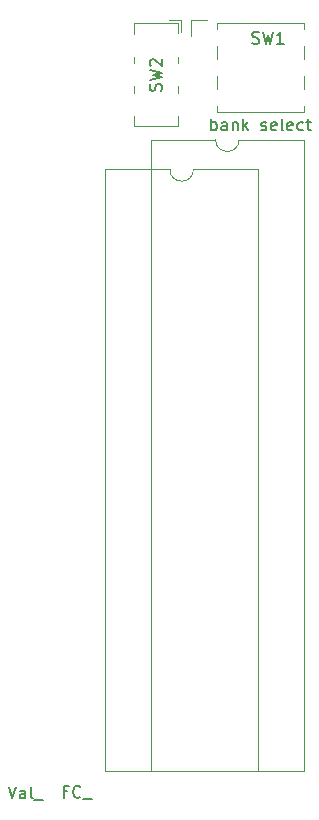
<source format=gbr>
%TF.GenerationSoftware,KiCad,Pcbnew,(6.0.6-1)-1*%
%TF.CreationDate,2022-07-19T12:23:47-04:00*%
%TF.ProjectId,tl866_27c322_adapter,746c3836-365f-4323-9763-3332325f6164,rev?*%
%TF.SameCoordinates,Original*%
%TF.FileFunction,Legend,Top*%
%TF.FilePolarity,Positive*%
%FSLAX46Y46*%
G04 Gerber Fmt 4.6, Leading zero omitted, Abs format (unit mm)*
G04 Created by KiCad (PCBNEW (6.0.6-1)-1) date 2022-07-19 12:23:47*
%MOMM*%
%LPD*%
G01*
G04 APERTURE LIST*
%ADD10C,0.200000*%
%ADD11C,0.150000*%
%ADD12C,0.120000*%
G04 APERTURE END LIST*
D10*
X138706742Y-62072780D02*
X138706742Y-61072780D01*
X138706742Y-61453733D02*
X138801980Y-61406114D01*
X138992457Y-61406114D01*
X139087695Y-61453733D01*
X139135314Y-61501352D01*
X139182933Y-61596590D01*
X139182933Y-61882304D01*
X139135314Y-61977542D01*
X139087695Y-62025161D01*
X138992457Y-62072780D01*
X138801980Y-62072780D01*
X138706742Y-62025161D01*
X140040076Y-62072780D02*
X140040076Y-61548971D01*
X139992457Y-61453733D01*
X139897219Y-61406114D01*
X139706742Y-61406114D01*
X139611504Y-61453733D01*
X140040076Y-62025161D02*
X139944838Y-62072780D01*
X139706742Y-62072780D01*
X139611504Y-62025161D01*
X139563885Y-61929923D01*
X139563885Y-61834685D01*
X139611504Y-61739447D01*
X139706742Y-61691828D01*
X139944838Y-61691828D01*
X140040076Y-61644209D01*
X140516266Y-61406114D02*
X140516266Y-62072780D01*
X140516266Y-61501352D02*
X140563885Y-61453733D01*
X140659123Y-61406114D01*
X140801980Y-61406114D01*
X140897219Y-61453733D01*
X140944838Y-61548971D01*
X140944838Y-62072780D01*
X141421028Y-62072780D02*
X141421028Y-61072780D01*
X141516266Y-61691828D02*
X141801980Y-62072780D01*
X141801980Y-61406114D02*
X141421028Y-61787066D01*
X142944838Y-62025161D02*
X143040076Y-62072780D01*
X143230552Y-62072780D01*
X143325790Y-62025161D01*
X143373409Y-61929923D01*
X143373409Y-61882304D01*
X143325790Y-61787066D01*
X143230552Y-61739447D01*
X143087695Y-61739447D01*
X142992457Y-61691828D01*
X142944838Y-61596590D01*
X142944838Y-61548971D01*
X142992457Y-61453733D01*
X143087695Y-61406114D01*
X143230552Y-61406114D01*
X143325790Y-61453733D01*
X144182933Y-62025161D02*
X144087695Y-62072780D01*
X143897219Y-62072780D01*
X143801980Y-62025161D01*
X143754361Y-61929923D01*
X143754361Y-61548971D01*
X143801980Y-61453733D01*
X143897219Y-61406114D01*
X144087695Y-61406114D01*
X144182933Y-61453733D01*
X144230552Y-61548971D01*
X144230552Y-61644209D01*
X143754361Y-61739447D01*
X144801980Y-62072780D02*
X144706742Y-62025161D01*
X144659123Y-61929923D01*
X144659123Y-61072780D01*
X145563885Y-62025161D02*
X145468647Y-62072780D01*
X145278171Y-62072780D01*
X145182933Y-62025161D01*
X145135314Y-61929923D01*
X145135314Y-61548971D01*
X145182933Y-61453733D01*
X145278171Y-61406114D01*
X145468647Y-61406114D01*
X145563885Y-61453733D01*
X145611504Y-61548971D01*
X145611504Y-61644209D01*
X145135314Y-61739447D01*
X146468647Y-62025161D02*
X146373409Y-62072780D01*
X146182933Y-62072780D01*
X146087695Y-62025161D01*
X146040076Y-61977542D01*
X145992457Y-61882304D01*
X145992457Y-61596590D01*
X146040076Y-61501352D01*
X146087695Y-61453733D01*
X146182933Y-61406114D01*
X146373409Y-61406114D01*
X146468647Y-61453733D01*
X146754361Y-61406114D02*
X147135314Y-61406114D01*
X146897219Y-61072780D02*
X146897219Y-61929923D01*
X146944838Y-62025161D01*
X147040076Y-62072780D01*
X147135314Y-62072780D01*
D11*
%TO.C,FC_*%
X126525404Y-118050071D02*
X126192071Y-118050071D01*
X126192071Y-118573880D02*
X126192071Y-117573880D01*
X126668261Y-117573880D01*
X127620642Y-118478642D02*
X127573023Y-118526261D01*
X127430166Y-118573880D01*
X127334928Y-118573880D01*
X127192071Y-118526261D01*
X127096833Y-118431023D01*
X127049214Y-118335785D01*
X127001595Y-118145309D01*
X127001595Y-118002452D01*
X127049214Y-117811976D01*
X127096833Y-117716738D01*
X127192071Y-117621500D01*
X127334928Y-117573880D01*
X127430166Y-117573880D01*
X127573023Y-117621500D01*
X127620642Y-117669119D01*
X127811119Y-118669119D02*
X128573023Y-118669119D01*
X121532828Y-117638580D02*
X121866161Y-118638580D01*
X122199495Y-117638580D01*
X122961400Y-118638580D02*
X122961400Y-118114771D01*
X122913780Y-118019533D01*
X122818542Y-117971914D01*
X122628066Y-117971914D01*
X122532828Y-118019533D01*
X122961400Y-118590961D02*
X122866161Y-118638580D01*
X122628066Y-118638580D01*
X122532828Y-118590961D01*
X122485209Y-118495723D01*
X122485209Y-118400485D01*
X122532828Y-118305247D01*
X122628066Y-118257628D01*
X122866161Y-118257628D01*
X122961400Y-118210009D01*
X123580447Y-118638580D02*
X123485209Y-118590961D01*
X123437590Y-118495723D01*
X123437590Y-117638580D01*
X123723304Y-118733819D02*
X124485209Y-118733819D01*
%TO.C,SW1*%
X142176666Y-54684561D02*
X142319523Y-54732180D01*
X142557619Y-54732180D01*
X142652857Y-54684561D01*
X142700476Y-54636942D01*
X142748095Y-54541704D01*
X142748095Y-54446466D01*
X142700476Y-54351228D01*
X142652857Y-54303609D01*
X142557619Y-54255990D01*
X142367142Y-54208371D01*
X142271904Y-54160752D01*
X142224285Y-54113133D01*
X142176666Y-54017895D01*
X142176666Y-53922657D01*
X142224285Y-53827419D01*
X142271904Y-53779800D01*
X142367142Y-53732180D01*
X142605238Y-53732180D01*
X142748095Y-53779800D01*
X143081428Y-53732180D02*
X143319523Y-54732180D01*
X143510000Y-54017895D01*
X143700476Y-54732180D01*
X143938571Y-53732180D01*
X144843333Y-54732180D02*
X144271904Y-54732180D01*
X144557619Y-54732180D02*
X144557619Y-53732180D01*
X144462380Y-53875038D01*
X144367142Y-53970276D01*
X144271904Y-54017895D01*
%TO.C,SW2*%
X134440561Y-58711933D02*
X134488180Y-58569076D01*
X134488180Y-58330980D01*
X134440561Y-58235742D01*
X134392942Y-58188123D01*
X134297704Y-58140504D01*
X134202466Y-58140504D01*
X134107228Y-58188123D01*
X134059609Y-58235742D01*
X134011990Y-58330980D01*
X133964371Y-58521457D01*
X133916752Y-58616695D01*
X133869133Y-58664314D01*
X133773895Y-58711933D01*
X133678657Y-58711933D01*
X133583419Y-58664314D01*
X133535800Y-58616695D01*
X133488180Y-58521457D01*
X133488180Y-58283361D01*
X133535800Y-58140504D01*
X133488180Y-57807171D02*
X134488180Y-57569076D01*
X133773895Y-57378600D01*
X134488180Y-57188123D01*
X133488180Y-56950028D01*
X133583419Y-56616695D02*
X133535800Y-56569076D01*
X133488180Y-56473838D01*
X133488180Y-56235742D01*
X133535800Y-56140504D01*
X133583419Y-56092885D01*
X133678657Y-56045266D01*
X133773895Y-56045266D01*
X133916752Y-56092885D01*
X134488180Y-56664314D01*
X134488180Y-56045266D01*
D12*
%TO.C,SW1*%
X146546300Y-52974900D02*
X146546300Y-53504900D01*
X139206300Y-54904900D02*
X139206300Y-56044900D01*
X139206300Y-60514900D02*
X146546300Y-60514900D01*
X146546300Y-54904900D02*
X146546300Y-56044900D01*
X137006300Y-52724900D02*
X138376300Y-52724900D01*
X139206300Y-53504900D02*
X139206300Y-52974900D01*
X146546300Y-60514900D02*
X146546300Y-59984900D01*
X139206300Y-52974900D02*
X146546300Y-52974900D01*
X146546300Y-57444900D02*
X146546300Y-58584900D01*
X137006300Y-54094900D02*
X137006300Y-52724900D01*
X139206300Y-59984900D02*
X139206300Y-60514900D01*
X139206300Y-57444900D02*
X139206300Y-58584900D01*
%TO.C,SW2*%
X135860400Y-60839500D02*
X135860400Y-61719500D01*
X135860400Y-55869500D02*
X135860400Y-56399500D01*
X132160400Y-53019500D02*
X135860400Y-53019500D01*
X135860400Y-58339500D02*
X135860400Y-58899500D01*
X132160400Y-61719500D02*
X132160400Y-60849500D01*
X135160400Y-52719500D02*
X136160400Y-52719500D01*
X132160400Y-53899500D02*
X132160400Y-53019500D01*
X132160400Y-56399500D02*
X132160400Y-55839500D01*
X136160400Y-52719500D02*
X136160400Y-53719500D01*
X135860400Y-53019500D02*
X135860400Y-53869500D01*
X135860400Y-61719500D02*
X132160400Y-61719500D01*
X132160400Y-58889500D02*
X132160400Y-58339500D01*
%TO.C,J1*%
X146515600Y-62855800D02*
X141055600Y-62855800D01*
X146515600Y-116315800D02*
X146515600Y-62855800D01*
X133595600Y-116315800D02*
X146515600Y-116315800D01*
X139055600Y-62855800D02*
X133595600Y-62855800D01*
X133595600Y-62855800D02*
X133595600Y-116315800D01*
X139055600Y-62855800D02*
G75*
G03*
X141055600Y-62855800I1000000J0D01*
G01*
%TO.C,J2*%
X135189800Y-65375400D02*
X129729800Y-65375400D01*
X142649800Y-116295400D02*
X142649800Y-65375400D01*
X142649800Y-65375400D02*
X137189800Y-65375400D01*
X129729800Y-65375400D02*
X129729800Y-116295400D01*
X129729800Y-116295400D02*
X142649800Y-116295400D01*
X135189800Y-65375400D02*
G75*
G03*
X137189800Y-65375400I1000000J0D01*
G01*
%TD*%
M02*

</source>
